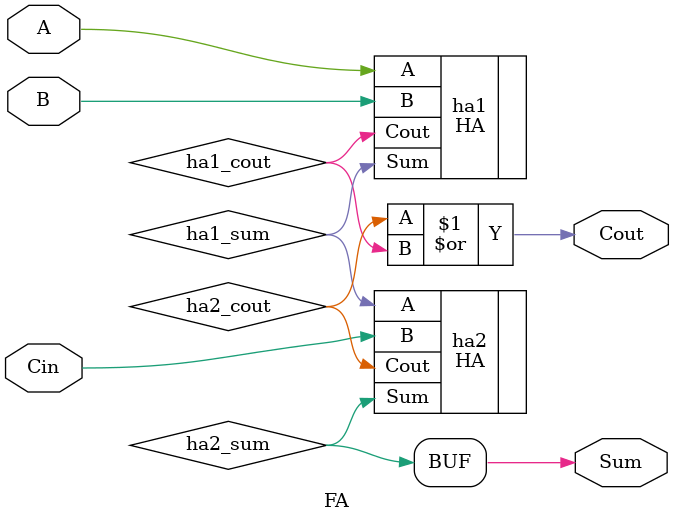
<source format=sv>
/**********************************************************************
* File Name	: FA.sv
* Description 	: Full Adder using Half Adders
* Creation Date : 27-11-2020
* Last Modified : Sat 28 Nov 2020 11:36:40 AM PST
* Author 	: Vinod Sake
* Email 	: vinodsake042@gmail.com
* GitHub	: github.com/vinodsake
**********************************************************************/
`celldefine
module FA (
        input   A,
        input   B,
        input   Cin,
        output  Sum,
        output  Cout
);
	wire ha1_sum, ha1_cout, ha2_sum, ha2_cout;
	wire Sum, Cout;
	HA ha1(.A(A), .B(B), .Sum(ha1_sum), .Cout(ha1_cout));
	HA ha2(.A(ha1_sum), .B(Cin), .Sum(ha2_sum), .Cout(ha2_cout));
	
	assign Sum = ha2_sum;
	assign Cout = ha2_cout | ha1_cout;
endmodule
`endcelldefine

</source>
